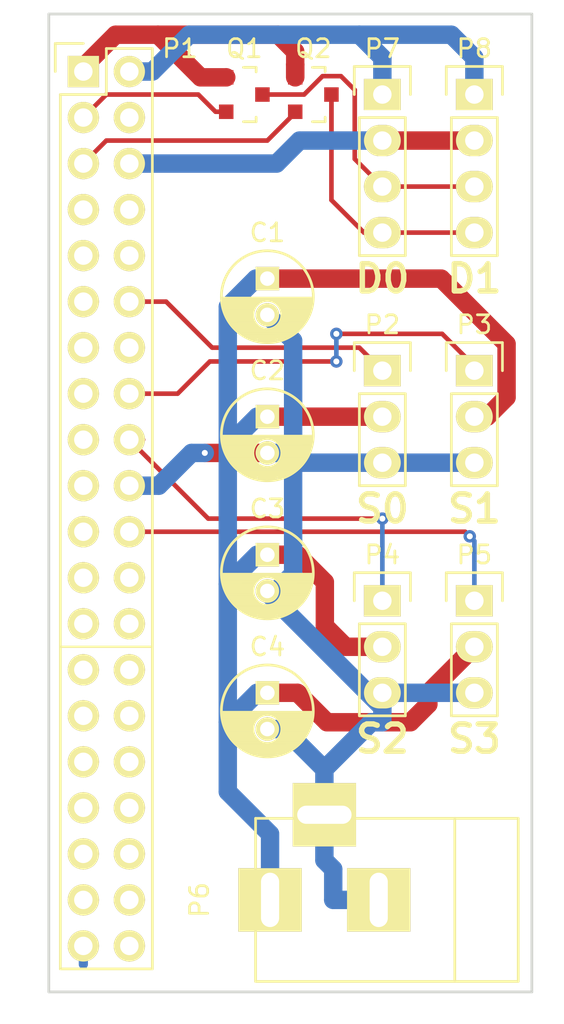
<source format=kicad_pcb>
(kicad_pcb (version 20171130) (host pcbnew "(5.1.12)-1")

  (general
    (thickness 1.6)
    (drawings 11)
    (tracks 144)
    (zones 0)
    (modules 14)
    (nets 44)
  )

  (page A4)
  (layers
    (0 F.Cu signal)
    (31 B.Cu signal)
    (32 B.Adhes user)
    (33 F.Adhes user)
    (34 B.Paste user)
    (35 F.Paste user)
    (36 B.SilkS user)
    (37 F.SilkS user)
    (38 B.Mask user)
    (39 F.Mask user)
    (40 Dwgs.User user)
    (41 Cmts.User user)
    (42 Eco1.User user)
    (43 Eco2.User user)
    (44 Edge.Cuts user)
    (45 Margin user)
    (46 B.CrtYd user)
    (47 F.CrtYd user)
    (48 B.Fab user)
    (49 F.Fab user)
  )

  (setup
    (last_trace_width 0.254)
    (trace_clearance 0.254)
    (zone_clearance 0.508)
    (zone_45_only no)
    (trace_min 0.1524)
    (via_size 0.6858)
    (via_drill 0.3302)
    (via_min_size 0.6858)
    (via_min_drill 0.3302)
    (uvia_size 0.762)
    (uvia_drill 0.508)
    (uvias_allowed no)
    (uvia_min_size 0.762)
    (uvia_min_drill 0.508)
    (edge_width 0.15)
    (segment_width 0.2)
    (pcb_text_width 0.3)
    (pcb_text_size 1.5 1.5)
    (mod_edge_width 0.15)
    (mod_text_size 1 1)
    (mod_text_width 0.15)
    (pad_size 1.524 1.524)
    (pad_drill 0.762)
    (pad_to_mask_clearance 0.2)
    (aux_axis_origin 0 0)
    (visible_elements 7FFFFFFF)
    (pcbplotparams
      (layerselection 0x01030_80000001)
      (usegerberextensions false)
      (usegerberattributes true)
      (usegerberadvancedattributes true)
      (creategerberjobfile true)
      (excludeedgelayer true)
      (linewidth 0.100000)
      (plotframeref false)
      (viasonmask false)
      (mode 1)
      (useauxorigin false)
      (hpglpennumber 1)
      (hpglpenspeed 20)
      (hpglpendiameter 15.000000)
      (psnegative false)
      (psa4output false)
      (plotreference true)
      (plotvalue true)
      (plotinvisibletext false)
      (padsonsilk false)
      (subtractmaskfromsilk false)
      (outputformat 1)
      (mirror false)
      (drillshape 0)
      (scaleselection 1)
      (outputdirectory "output/"))
  )

  (net 0 "")
  (net 1 VCC)
  (net 2 GND)
  (net 3 "Net-(P1-Pad4)")
  (net 4 "Net-(P1-Pad7)")
  (net 5 "Net-(P1-Pad8)")
  (net 6 "Net-(P1-Pad9)")
  (net 7 "Net-(P1-Pad10)")
  (net 8 "Net-(P1-Pad11)")
  (net 9 /SERVO_0)
  (net 10 "Net-(P1-Pad13)")
  (net 11 "Net-(P1-Pad14)")
  (net 12 "Net-(P1-Pad15)")
  (net 13 /SERVO_1)
  (net 14 "Net-(P1-Pad17)")
  (net 15 /SERVO_2)
  (net 16 "Net-(P1-Pad19)")
  (net 17 "Net-(P1-Pad21)")
  (net 18 /SERVO_3)
  (net 19 "Net-(P1-Pad23)")
  (net 20 "Net-(P1-Pad24)")
  (net 21 "Net-(P1-Pad26)")
  (net 22 "Net-(P1-Pad27)")
  (net 23 "Net-(P1-Pad28)")
  (net 24 "Net-(P1-Pad29)")
  (net 25 "Net-(P1-Pad30)")
  (net 26 "Net-(P1-Pad31)")
  (net 27 "Net-(P1-Pad32)")
  (net 28 "Net-(P1-Pad33)")
  (net 29 "Net-(P1-Pad34)")
  (net 30 "Net-(P1-Pad35)")
  (net 31 "Net-(P1-Pad36)")
  (net 32 "Net-(P1-Pad37)")
  (net 33 "Net-(P1-Pad38)")
  (net 34 "Net-(P1-Pad40)")
  (net 35 +3V3)
  (net 36 +5V)
  (net 37 /SDA3)
  (net 38 /SCL3)
  (net 39 /SDA5)
  (net 40 /SCL5)
  (net 41 GNDD)
  (net 42 "Net-(P1-Pad25)")
  (net 43 "Net-(P1-Pad39)")

  (net_class Default "This is the default net class."
    (clearance 0.254)
    (trace_width 0.254)
    (via_dia 0.6858)
    (via_drill 0.3302)
    (uvia_dia 0.762)
    (uvia_drill 0.508)
    (add_net /SCL3)
    (add_net /SCL5)
    (add_net /SDA3)
    (add_net /SDA5)
    (add_net /SERVO_0)
    (add_net /SERVO_1)
    (add_net /SERVO_2)
    (add_net /SERVO_3)
    (add_net GNDD)
    (add_net "Net-(P1-Pad10)")
    (add_net "Net-(P1-Pad11)")
    (add_net "Net-(P1-Pad13)")
    (add_net "Net-(P1-Pad14)")
    (add_net "Net-(P1-Pad15)")
    (add_net "Net-(P1-Pad17)")
    (add_net "Net-(P1-Pad19)")
    (add_net "Net-(P1-Pad21)")
    (add_net "Net-(P1-Pad23)")
    (add_net "Net-(P1-Pad24)")
    (add_net "Net-(P1-Pad25)")
    (add_net "Net-(P1-Pad26)")
    (add_net "Net-(P1-Pad27)")
    (add_net "Net-(P1-Pad28)")
    (add_net "Net-(P1-Pad29)")
    (add_net "Net-(P1-Pad30)")
    (add_net "Net-(P1-Pad31)")
    (add_net "Net-(P1-Pad32)")
    (add_net "Net-(P1-Pad33)")
    (add_net "Net-(P1-Pad34)")
    (add_net "Net-(P1-Pad35)")
    (add_net "Net-(P1-Pad36)")
    (add_net "Net-(P1-Pad37)")
    (add_net "Net-(P1-Pad38)")
    (add_net "Net-(P1-Pad39)")
    (add_net "Net-(P1-Pad4)")
    (add_net "Net-(P1-Pad40)")
    (add_net "Net-(P1-Pad7)")
    (add_net "Net-(P1-Pad8)")
    (add_net "Net-(P1-Pad9)")
  )

  (net_class Power ""
    (clearance 0.254)
    (trace_width 1.016)
    (via_dia 0.6858)
    (via_drill 0.3302)
    (uvia_dia 0.762)
    (uvia_drill 0.508)
    (add_net +3V3)
    (add_net +5V)
    (add_net GND)
    (add_net VCC)
  )

  (module Capacitors_ThroughHole:C_Radial_D5_L11_P2 (layer F.Cu) (tedit 578BF391) (tstamp 578BF200)
    (at 133.35 72.39 270)
    (descr "Radial Electrolytic Capacitor 5mm x Length 11mm, Pitch 2mm")
    (tags "Electrolytic Capacitor")
    (path /578BE19A)
    (fp_text reference C1 (at -2.54 0) (layer F.SilkS)
      (effects (font (size 1 1) (thickness 0.15)))
    )
    (fp_text value 100uF (at 1 3.8 270) (layer F.Fab)
      (effects (font (size 1 1) (thickness 0.15)))
    )
    (fp_circle (center 1 0) (end 1 -2.8) (layer F.CrtYd) (width 0.05))
    (fp_circle (center 1 0) (end 1 -2.5375) (layer F.SilkS) (width 0.15))
    (fp_circle (center 2 0) (end 2 -0.8) (layer F.SilkS) (width 0.15))
    (fp_line (start 3.455 -0.472) (end 3.455 0.472) (layer F.SilkS) (width 0.15))
    (fp_line (start 3.315 -0.944) (end 3.315 0.944) (layer F.SilkS) (width 0.15))
    (fp_line (start 3.175 -1.233) (end 3.175 1.233) (layer F.SilkS) (width 0.15))
    (fp_line (start 3.035 -1.452) (end 3.035 1.452) (layer F.SilkS) (width 0.15))
    (fp_line (start 2.895 -1.631) (end 2.895 1.631) (layer F.SilkS) (width 0.15))
    (fp_line (start 2.755 0.265) (end 2.755 1.78) (layer F.SilkS) (width 0.15))
    (fp_line (start 2.755 -1.78) (end 2.755 -0.265) (layer F.SilkS) (width 0.15))
    (fp_line (start 2.615 0.512) (end 2.615 1.908) (layer F.SilkS) (width 0.15))
    (fp_line (start 2.615 -1.908) (end 2.615 -0.512) (layer F.SilkS) (width 0.15))
    (fp_line (start 2.475 0.644) (end 2.475 2.019) (layer F.SilkS) (width 0.15))
    (fp_line (start 2.475 -2.019) (end 2.475 -0.644) (layer F.SilkS) (width 0.15))
    (fp_line (start 2.335 0.726) (end 2.335 2.114) (layer F.SilkS) (width 0.15))
    (fp_line (start 2.335 -2.114) (end 2.335 -0.726) (layer F.SilkS) (width 0.15))
    (fp_line (start 2.195 0.776) (end 2.195 2.196) (layer F.SilkS) (width 0.15))
    (fp_line (start 2.195 -2.196) (end 2.195 -0.776) (layer F.SilkS) (width 0.15))
    (fp_line (start 2.055 0.798) (end 2.055 2.266) (layer F.SilkS) (width 0.15))
    (fp_line (start 2.055 -2.266) (end 2.055 -0.798) (layer F.SilkS) (width 0.15))
    (fp_line (start 1.915 0.795) (end 1.915 2.327) (layer F.SilkS) (width 0.15))
    (fp_line (start 1.915 -2.327) (end 1.915 -0.795) (layer F.SilkS) (width 0.15))
    (fp_line (start 1.775 0.768) (end 1.775 2.377) (layer F.SilkS) (width 0.15))
    (fp_line (start 1.775 -2.377) (end 1.775 -0.768) (layer F.SilkS) (width 0.15))
    (fp_line (start 1.635 0.712) (end 1.635 2.418) (layer F.SilkS) (width 0.15))
    (fp_line (start 1.635 -2.418) (end 1.635 -0.712) (layer F.SilkS) (width 0.15))
    (fp_line (start 1.495 0.62) (end 1.495 2.451) (layer F.SilkS) (width 0.15))
    (fp_line (start 1.495 -2.451) (end 1.495 -0.62) (layer F.SilkS) (width 0.15))
    (fp_line (start 1.355 0.473) (end 1.355 2.475) (layer F.SilkS) (width 0.15))
    (fp_line (start 1.355 -2.475) (end 1.355 -0.473) (layer F.SilkS) (width 0.15))
    (fp_line (start 1.215 0.154) (end 1.215 2.491) (layer F.SilkS) (width 0.15))
    (fp_line (start 1.215 -2.491) (end 1.215 -0.154) (layer F.SilkS) (width 0.15))
    (fp_line (start 1.075 -2.499) (end 1.075 2.499) (layer F.SilkS) (width 0.15))
    (pad 1 thru_hole rect (at 0 0 270) (size 1.3 1.3) (drill 0.8) (layers *.Cu *.Mask F.SilkS)
      (net 1 VCC))
    (pad 2 thru_hole circle (at 2 0 270) (size 1.3 1.3) (drill 0.8) (layers *.Cu *.Mask F.SilkS)
      (net 2 GND))
    (model Capacitors_ThroughHole.3dshapes/C_Radial_D5_L11_P2.wrl
      (at (xyz 0 0 0))
      (scale (xyz 1 1 1))
      (rotate (xyz 0 0 0))
    )
  )

  (module Capacitors_ThroughHole:C_Radial_D5_L11_P2 (layer F.Cu) (tedit 578BF398) (tstamp 578BF206)
    (at 133.35 80.01 270)
    (descr "Radial Electrolytic Capacitor 5mm x Length 11mm, Pitch 2mm")
    (tags "Electrolytic Capacitor")
    (path /578BE47F)
    (fp_text reference C2 (at -2.54 0) (layer F.SilkS)
      (effects (font (size 1 1) (thickness 0.15)))
    )
    (fp_text value 100uF (at 1 3.8 270) (layer F.Fab)
      (effects (font (size 1 1) (thickness 0.15)))
    )
    (fp_circle (center 1 0) (end 1 -2.8) (layer F.CrtYd) (width 0.05))
    (fp_circle (center 1 0) (end 1 -2.5375) (layer F.SilkS) (width 0.15))
    (fp_circle (center 2 0) (end 2 -0.8) (layer F.SilkS) (width 0.15))
    (fp_line (start 3.455 -0.472) (end 3.455 0.472) (layer F.SilkS) (width 0.15))
    (fp_line (start 3.315 -0.944) (end 3.315 0.944) (layer F.SilkS) (width 0.15))
    (fp_line (start 3.175 -1.233) (end 3.175 1.233) (layer F.SilkS) (width 0.15))
    (fp_line (start 3.035 -1.452) (end 3.035 1.452) (layer F.SilkS) (width 0.15))
    (fp_line (start 2.895 -1.631) (end 2.895 1.631) (layer F.SilkS) (width 0.15))
    (fp_line (start 2.755 0.265) (end 2.755 1.78) (layer F.SilkS) (width 0.15))
    (fp_line (start 2.755 -1.78) (end 2.755 -0.265) (layer F.SilkS) (width 0.15))
    (fp_line (start 2.615 0.512) (end 2.615 1.908) (layer F.SilkS) (width 0.15))
    (fp_line (start 2.615 -1.908) (end 2.615 -0.512) (layer F.SilkS) (width 0.15))
    (fp_line (start 2.475 0.644) (end 2.475 2.019) (layer F.SilkS) (width 0.15))
    (fp_line (start 2.475 -2.019) (end 2.475 -0.644) (layer F.SilkS) (width 0.15))
    (fp_line (start 2.335 0.726) (end 2.335 2.114) (layer F.SilkS) (width 0.15))
    (fp_line (start 2.335 -2.114) (end 2.335 -0.726) (layer F.SilkS) (width 0.15))
    (fp_line (start 2.195 0.776) (end 2.195 2.196) (layer F.SilkS) (width 0.15))
    (fp_line (start 2.195 -2.196) (end 2.195 -0.776) (layer F.SilkS) (width 0.15))
    (fp_line (start 2.055 0.798) (end 2.055 2.266) (layer F.SilkS) (width 0.15))
    (fp_line (start 2.055 -2.266) (end 2.055 -0.798) (layer F.SilkS) (width 0.15))
    (fp_line (start 1.915 0.795) (end 1.915 2.327) (layer F.SilkS) (width 0.15))
    (fp_line (start 1.915 -2.327) (end 1.915 -0.795) (layer F.SilkS) (width 0.15))
    (fp_line (start 1.775 0.768) (end 1.775 2.377) (layer F.SilkS) (width 0.15))
    (fp_line (start 1.775 -2.377) (end 1.775 -0.768) (layer F.SilkS) (width 0.15))
    (fp_line (start 1.635 0.712) (end 1.635 2.418) (layer F.SilkS) (width 0.15))
    (fp_line (start 1.635 -2.418) (end 1.635 -0.712) (layer F.SilkS) (width 0.15))
    (fp_line (start 1.495 0.62) (end 1.495 2.451) (layer F.SilkS) (width 0.15))
    (fp_line (start 1.495 -2.451) (end 1.495 -0.62) (layer F.SilkS) (width 0.15))
    (fp_line (start 1.355 0.473) (end 1.355 2.475) (layer F.SilkS) (width 0.15))
    (fp_line (start 1.355 -2.475) (end 1.355 -0.473) (layer F.SilkS) (width 0.15))
    (fp_line (start 1.215 0.154) (end 1.215 2.491) (layer F.SilkS) (width 0.15))
    (fp_line (start 1.215 -2.491) (end 1.215 -0.154) (layer F.SilkS) (width 0.15))
    (fp_line (start 1.075 -2.499) (end 1.075 2.499) (layer F.SilkS) (width 0.15))
    (pad 1 thru_hole rect (at 0 0 270) (size 1.3 1.3) (drill 0.8) (layers *.Cu *.Mask F.SilkS)
      (net 1 VCC))
    (pad 2 thru_hole circle (at 2 0 270) (size 1.3 1.3) (drill 0.8) (layers *.Cu *.Mask F.SilkS)
      (net 2 GND))
    (model Capacitors_ThroughHole.3dshapes/C_Radial_D5_L11_P2.wrl
      (at (xyz 0 0 0))
      (scale (xyz 1 1 1))
      (rotate (xyz 0 0 0))
    )
  )

  (module Capacitors_ThroughHole:C_Radial_D5_L11_P2 (layer F.Cu) (tedit 578BF3B0) (tstamp 578BF20C)
    (at 133.35 87.63 270)
    (descr "Radial Electrolytic Capacitor 5mm x Length 11mm, Pitch 2mm")
    (tags "Electrolytic Capacitor")
    (path /578BE4BF)
    (fp_text reference C3 (at -2.54 0) (layer F.SilkS)
      (effects (font (size 1 1) (thickness 0.15)))
    )
    (fp_text value 100uF (at 1 3.8 270) (layer F.Fab)
      (effects (font (size 1 1) (thickness 0.15)))
    )
    (fp_circle (center 1 0) (end 1 -2.8) (layer F.CrtYd) (width 0.05))
    (fp_circle (center 1 0) (end 1 -2.5375) (layer F.SilkS) (width 0.15))
    (fp_circle (center 2 0) (end 2 -0.8) (layer F.SilkS) (width 0.15))
    (fp_line (start 3.455 -0.472) (end 3.455 0.472) (layer F.SilkS) (width 0.15))
    (fp_line (start 3.315 -0.944) (end 3.315 0.944) (layer F.SilkS) (width 0.15))
    (fp_line (start 3.175 -1.233) (end 3.175 1.233) (layer F.SilkS) (width 0.15))
    (fp_line (start 3.035 -1.452) (end 3.035 1.452) (layer F.SilkS) (width 0.15))
    (fp_line (start 2.895 -1.631) (end 2.895 1.631) (layer F.SilkS) (width 0.15))
    (fp_line (start 2.755 0.265) (end 2.755 1.78) (layer F.SilkS) (width 0.15))
    (fp_line (start 2.755 -1.78) (end 2.755 -0.265) (layer F.SilkS) (width 0.15))
    (fp_line (start 2.615 0.512) (end 2.615 1.908) (layer F.SilkS) (width 0.15))
    (fp_line (start 2.615 -1.908) (end 2.615 -0.512) (layer F.SilkS) (width 0.15))
    (fp_line (start 2.475 0.644) (end 2.475 2.019) (layer F.SilkS) (width 0.15))
    (fp_line (start 2.475 -2.019) (end 2.475 -0.644) (layer F.SilkS) (width 0.15))
    (fp_line (start 2.335 0.726) (end 2.335 2.114) (layer F.SilkS) (width 0.15))
    (fp_line (start 2.335 -2.114) (end 2.335 -0.726) (layer F.SilkS) (width 0.15))
    (fp_line (start 2.195 0.776) (end 2.195 2.196) (layer F.SilkS) (width 0.15))
    (fp_line (start 2.195 -2.196) (end 2.195 -0.776) (layer F.SilkS) (width 0.15))
    (fp_line (start 2.055 0.798) (end 2.055 2.266) (layer F.SilkS) (width 0.15))
    (fp_line (start 2.055 -2.266) (end 2.055 -0.798) (layer F.SilkS) (width 0.15))
    (fp_line (start 1.915 0.795) (end 1.915 2.327) (layer F.SilkS) (width 0.15))
    (fp_line (start 1.915 -2.327) (end 1.915 -0.795) (layer F.SilkS) (width 0.15))
    (fp_line (start 1.775 0.768) (end 1.775 2.377) (layer F.SilkS) (width 0.15))
    (fp_line (start 1.775 -2.377) (end 1.775 -0.768) (layer F.SilkS) (width 0.15))
    (fp_line (start 1.635 0.712) (end 1.635 2.418) (layer F.SilkS) (width 0.15))
    (fp_line (start 1.635 -2.418) (end 1.635 -0.712) (layer F.SilkS) (width 0.15))
    (fp_line (start 1.495 0.62) (end 1.495 2.451) (layer F.SilkS) (width 0.15))
    (fp_line (start 1.495 -2.451) (end 1.495 -0.62) (layer F.SilkS) (width 0.15))
    (fp_line (start 1.355 0.473) (end 1.355 2.475) (layer F.SilkS) (width 0.15))
    (fp_line (start 1.355 -2.475) (end 1.355 -0.473) (layer F.SilkS) (width 0.15))
    (fp_line (start 1.215 0.154) (end 1.215 2.491) (layer F.SilkS) (width 0.15))
    (fp_line (start 1.215 -2.491) (end 1.215 -0.154) (layer F.SilkS) (width 0.15))
    (fp_line (start 1.075 -2.499) (end 1.075 2.499) (layer F.SilkS) (width 0.15))
    (pad 1 thru_hole rect (at 0 0 270) (size 1.3 1.3) (drill 0.8) (layers *.Cu *.Mask F.SilkS)
      (net 1 VCC))
    (pad 2 thru_hole circle (at 2 0 270) (size 1.3 1.3) (drill 0.8) (layers *.Cu *.Mask F.SilkS)
      (net 2 GND))
    (model Capacitors_ThroughHole.3dshapes/C_Radial_D5_L11_P2.wrl
      (at (xyz 0 0 0))
      (scale (xyz 1 1 1))
      (rotate (xyz 0 0 0))
    )
  )

  (module Capacitors_ThroughHole:C_Radial_D5_L11_P2 (layer F.Cu) (tedit 578BF3BB) (tstamp 578BF212)
    (at 133.35 95.25 270)
    (descr "Radial Electrolytic Capacitor 5mm x Length 11mm, Pitch 2mm")
    (tags "Electrolytic Capacitor")
    (path /578BE5A1)
    (fp_text reference C4 (at -2.54 0) (layer F.SilkS)
      (effects (font (size 1 1) (thickness 0.15)))
    )
    (fp_text value 100uF (at 1 3.8 270) (layer F.Fab)
      (effects (font (size 1 1) (thickness 0.15)))
    )
    (fp_circle (center 1 0) (end 1 -2.8) (layer F.CrtYd) (width 0.05))
    (fp_circle (center 1 0) (end 1 -2.5375) (layer F.SilkS) (width 0.15))
    (fp_circle (center 2 0) (end 2 -0.8) (layer F.SilkS) (width 0.15))
    (fp_line (start 3.455 -0.472) (end 3.455 0.472) (layer F.SilkS) (width 0.15))
    (fp_line (start 3.315 -0.944) (end 3.315 0.944) (layer F.SilkS) (width 0.15))
    (fp_line (start 3.175 -1.233) (end 3.175 1.233) (layer F.SilkS) (width 0.15))
    (fp_line (start 3.035 -1.452) (end 3.035 1.452) (layer F.SilkS) (width 0.15))
    (fp_line (start 2.895 -1.631) (end 2.895 1.631) (layer F.SilkS) (width 0.15))
    (fp_line (start 2.755 0.265) (end 2.755 1.78) (layer F.SilkS) (width 0.15))
    (fp_line (start 2.755 -1.78) (end 2.755 -0.265) (layer F.SilkS) (width 0.15))
    (fp_line (start 2.615 0.512) (end 2.615 1.908) (layer F.SilkS) (width 0.15))
    (fp_line (start 2.615 -1.908) (end 2.615 -0.512) (layer F.SilkS) (width 0.15))
    (fp_line (start 2.475 0.644) (end 2.475 2.019) (layer F.SilkS) (width 0.15))
    (fp_line (start 2.475 -2.019) (end 2.475 -0.644) (layer F.SilkS) (width 0.15))
    (fp_line (start 2.335 0.726) (end 2.335 2.114) (layer F.SilkS) (width 0.15))
    (fp_line (start 2.335 -2.114) (end 2.335 -0.726) (layer F.SilkS) (width 0.15))
    (fp_line (start 2.195 0.776) (end 2.195 2.196) (layer F.SilkS) (width 0.15))
    (fp_line (start 2.195 -2.196) (end 2.195 -0.776) (layer F.SilkS) (width 0.15))
    (fp_line (start 2.055 0.798) (end 2.055 2.266) (layer F.SilkS) (width 0.15))
    (fp_line (start 2.055 -2.266) (end 2.055 -0.798) (layer F.SilkS) (width 0.15))
    (fp_line (start 1.915 0.795) (end 1.915 2.327) (layer F.SilkS) (width 0.15))
    (fp_line (start 1.915 -2.327) (end 1.915 -0.795) (layer F.SilkS) (width 0.15))
    (fp_line (start 1.775 0.768) (end 1.775 2.377) (layer F.SilkS) (width 0.15))
    (fp_line (start 1.775 -2.377) (end 1.775 -0.768) (layer F.SilkS) (width 0.15))
    (fp_line (start 1.635 0.712) (end 1.635 2.418) (layer F.SilkS) (width 0.15))
    (fp_line (start 1.635 -2.418) (end 1.635 -0.712) (layer F.SilkS) (width 0.15))
    (fp_line (start 1.495 0.62) (end 1.495 2.451) (layer F.SilkS) (width 0.15))
    (fp_line (start 1.495 -2.451) (end 1.495 -0.62) (layer F.SilkS) (width 0.15))
    (fp_line (start 1.355 0.473) (end 1.355 2.475) (layer F.SilkS) (width 0.15))
    (fp_line (start 1.355 -2.475) (end 1.355 -0.473) (layer F.SilkS) (width 0.15))
    (fp_line (start 1.215 0.154) (end 1.215 2.491) (layer F.SilkS) (width 0.15))
    (fp_line (start 1.215 -2.491) (end 1.215 -0.154) (layer F.SilkS) (width 0.15))
    (fp_line (start 1.075 -2.499) (end 1.075 2.499) (layer F.SilkS) (width 0.15))
    (pad 1 thru_hole rect (at 0 0 270) (size 1.3 1.3) (drill 0.8) (layers *.Cu *.Mask F.SilkS)
      (net 1 VCC))
    (pad 2 thru_hole circle (at 2 0 270) (size 1.3 1.3) (drill 0.8) (layers *.Cu *.Mask F.SilkS)
      (net 2 GND))
    (model Capacitors_ThroughHole.3dshapes/C_Radial_D5_L11_P2.wrl
      (at (xyz 0 0 0))
      (scale (xyz 1 1 1))
      (rotate (xyz 0 0 0))
    )
  )

  (module Pin_Headers:Pin_Header_Straight_2x20 (layer F.Cu) (tedit 578C11BC) (tstamp 578BF23E)
    (at 123.19 60.96)
    (descr "Through hole pin header")
    (tags "pin header")
    (path /56DCE2CB)
    (fp_text reference P1 (at 5.334 -1.27) (layer F.SilkS)
      (effects (font (size 1 1) (thickness 0.15)))
    )
    (fp_text value RPI_HEADER (at 0 -3.1) (layer F.Fab)
      (effects (font (size 1 1) (thickness 0.15)))
    )
    (fp_line (start -1.55 -1.55) (end -1.55 0) (layer F.SilkS) (width 0.15))
    (fp_line (start 1.27 1.27) (end -1.27 1.27) (layer F.SilkS) (width 0.15))
    (fp_line (start 1.27 -1.27) (end 1.27 1.27) (layer F.SilkS) (width 0.15))
    (fp_line (start 0 -1.55) (end -1.55 -1.55) (layer F.SilkS) (width 0.15))
    (fp_line (start 3.81 -1.27) (end 1.27 -1.27) (layer F.SilkS) (width 0.15))
    (fp_line (start 3.81 49.53) (end -1.27 49.53) (layer F.SilkS) (width 0.15))
    (fp_line (start -1.27 1.27) (end -1.27 49.53) (layer F.SilkS) (width 0.15))
    (fp_line (start 3.81 49.53) (end 3.81 -1.27) (layer F.SilkS) (width 0.15))
    (fp_line (start -1.75 50.05) (end 4.3 50.05) (layer F.CrtYd) (width 0.05))
    (fp_line (start -1.75 -1.75) (end 4.3 -1.75) (layer F.CrtYd) (width 0.05))
    (fp_line (start 4.3 -1.75) (end 4.3 50.05) (layer F.CrtYd) (width 0.05))
    (fp_line (start -1.75 -1.75) (end -1.75 50.05) (layer F.CrtYd) (width 0.05))
    (pad 1 thru_hole rect (at 0 0) (size 1.7272 1.7272) (drill 1.016) (layers *.Cu *.Mask F.SilkS)
      (net 35 +3V3))
    (pad 2 thru_hole oval (at 2.54 0) (size 1.7272 1.7272) (drill 1.016) (layers *.Cu *.Mask F.SilkS)
      (net 36 +5V))
    (pad 3 thru_hole oval (at 0 2.54) (size 1.7272 1.7272) (drill 1.016) (layers *.Cu *.Mask F.SilkS)
      (net 37 /SDA3))
    (pad 4 thru_hole oval (at 2.54 2.54) (size 1.7272 1.7272) (drill 1.016) (layers *.Cu *.Mask F.SilkS)
      (net 3 "Net-(P1-Pad4)"))
    (pad 5 thru_hole oval (at 0 5.08) (size 1.7272 1.7272) (drill 1.016) (layers *.Cu *.Mask F.SilkS)
      (net 38 /SCL3))
    (pad 6 thru_hole oval (at 2.54 5.08) (size 1.7272 1.7272) (drill 1.016) (layers *.Cu *.Mask F.SilkS)
      (net 41 GNDD))
    (pad 7 thru_hole oval (at 0 7.62) (size 1.7272 1.7272) (drill 1.016) (layers *.Cu *.Mask F.SilkS)
      (net 4 "Net-(P1-Pad7)"))
    (pad 8 thru_hole oval (at 2.54 7.62) (size 1.7272 1.7272) (drill 1.016) (layers *.Cu *.Mask F.SilkS)
      (net 5 "Net-(P1-Pad8)"))
    (pad 9 thru_hole oval (at 0 10.16) (size 1.7272 1.7272) (drill 1.016) (layers *.Cu *.Mask F.SilkS)
      (net 6 "Net-(P1-Pad9)"))
    (pad 10 thru_hole oval (at 2.54 10.16) (size 1.7272 1.7272) (drill 1.016) (layers *.Cu *.Mask F.SilkS)
      (net 7 "Net-(P1-Pad10)"))
    (pad 11 thru_hole oval (at 0 12.7) (size 1.7272 1.7272) (drill 1.016) (layers *.Cu *.Mask F.SilkS)
      (net 8 "Net-(P1-Pad11)"))
    (pad 12 thru_hole oval (at 2.54 12.7) (size 1.7272 1.7272) (drill 1.016) (layers *.Cu *.Mask F.SilkS)
      (net 9 /SERVO_0))
    (pad 13 thru_hole oval (at 0 15.24) (size 1.7272 1.7272) (drill 1.016) (layers *.Cu *.Mask F.SilkS)
      (net 10 "Net-(P1-Pad13)"))
    (pad 14 thru_hole oval (at 2.54 15.24) (size 1.7272 1.7272) (drill 1.016) (layers *.Cu *.Mask F.SilkS)
      (net 11 "Net-(P1-Pad14)"))
    (pad 15 thru_hole oval (at 0 17.78) (size 1.7272 1.7272) (drill 1.016) (layers *.Cu *.Mask F.SilkS)
      (net 12 "Net-(P1-Pad15)"))
    (pad 16 thru_hole oval (at 2.54 17.78) (size 1.7272 1.7272) (drill 1.016) (layers *.Cu *.Mask F.SilkS)
      (net 13 /SERVO_1))
    (pad 17 thru_hole oval (at 0 20.32) (size 1.7272 1.7272) (drill 1.016) (layers *.Cu *.Mask F.SilkS)
      (net 14 "Net-(P1-Pad17)"))
    (pad 18 thru_hole oval (at 2.54 20.32) (size 1.7272 1.7272) (drill 1.016) (layers *.Cu *.Mask F.SilkS)
      (net 15 /SERVO_2))
    (pad 19 thru_hole oval (at 0 22.86) (size 1.7272 1.7272) (drill 1.016) (layers *.Cu *.Mask F.SilkS)
      (net 16 "Net-(P1-Pad19)"))
    (pad 20 thru_hole oval (at 2.54 22.86) (size 1.7272 1.7272) (drill 1.016) (layers *.Cu *.Mask F.SilkS)
      (net 2 GND))
    (pad 21 thru_hole oval (at 0 25.4) (size 1.7272 1.7272) (drill 1.016) (layers *.Cu *.Mask F.SilkS)
      (net 17 "Net-(P1-Pad21)"))
    (pad 22 thru_hole oval (at 2.54 25.4) (size 1.7272 1.7272) (drill 1.016) (layers *.Cu *.Mask F.SilkS)
      (net 18 /SERVO_3))
    (pad 23 thru_hole oval (at 0 27.94) (size 1.7272 1.7272) (drill 1.016) (layers *.Cu *.Mask F.SilkS)
      (net 19 "Net-(P1-Pad23)"))
    (pad 24 thru_hole oval (at 2.54 27.94) (size 1.7272 1.7272) (drill 1.016) (layers *.Cu *.Mask F.SilkS)
      (net 20 "Net-(P1-Pad24)"))
    (pad 25 thru_hole oval (at 0 30.48) (size 1.7272 1.7272) (drill 1.016) (layers *.Cu *.Mask F.SilkS)
      (net 42 "Net-(P1-Pad25)"))
    (pad 26 thru_hole oval (at 2.54 30.48) (size 1.7272 1.7272) (drill 1.016) (layers *.Cu *.Mask F.SilkS)
      (net 21 "Net-(P1-Pad26)"))
    (pad 27 thru_hole oval (at 0 33.02) (size 1.7272 1.7272) (drill 1.016) (layers *.Cu *.Mask F.SilkS)
      (net 22 "Net-(P1-Pad27)"))
    (pad 28 thru_hole oval (at 2.54 33.02) (size 1.7272 1.7272) (drill 1.016) (layers *.Cu *.Mask F.SilkS)
      (net 23 "Net-(P1-Pad28)"))
    (pad 29 thru_hole oval (at 0 35.56) (size 1.7272 1.7272) (drill 1.016) (layers *.Cu *.Mask F.SilkS)
      (net 24 "Net-(P1-Pad29)"))
    (pad 30 thru_hole oval (at 2.54 35.56) (size 1.7272 1.7272) (drill 1.016) (layers *.Cu *.Mask F.SilkS)
      (net 25 "Net-(P1-Pad30)"))
    (pad 31 thru_hole oval (at 0 38.1) (size 1.7272 1.7272) (drill 1.016) (layers *.Cu *.Mask F.SilkS)
      (net 26 "Net-(P1-Pad31)"))
    (pad 32 thru_hole oval (at 2.54 38.1) (size 1.7272 1.7272) (drill 1.016) (layers *.Cu *.Mask F.SilkS)
      (net 27 "Net-(P1-Pad32)"))
    (pad 33 thru_hole oval (at 0 40.64) (size 1.7272 1.7272) (drill 1.016) (layers *.Cu *.Mask F.SilkS)
      (net 28 "Net-(P1-Pad33)"))
    (pad 34 thru_hole oval (at 2.54 40.64) (size 1.7272 1.7272) (drill 1.016) (layers *.Cu *.Mask F.SilkS)
      (net 29 "Net-(P1-Pad34)"))
    (pad 35 thru_hole oval (at 0 43.18) (size 1.7272 1.7272) (drill 1.016) (layers *.Cu *.Mask F.SilkS)
      (net 30 "Net-(P1-Pad35)"))
    (pad 36 thru_hole oval (at 2.54 43.18) (size 1.7272 1.7272) (drill 1.016) (layers *.Cu *.Mask F.SilkS)
      (net 31 "Net-(P1-Pad36)"))
    (pad 37 thru_hole oval (at 0 45.72) (size 1.7272 1.7272) (drill 1.016) (layers *.Cu *.Mask F.SilkS)
      (net 32 "Net-(P1-Pad37)"))
    (pad 38 thru_hole oval (at 2.54 45.72) (size 1.7272 1.7272) (drill 1.016) (layers *.Cu *.Mask F.SilkS)
      (net 33 "Net-(P1-Pad38)"))
    (pad 39 thru_hole oval (at 0 48.26) (size 1.7272 1.7272) (drill 1.016) (layers *.Cu *.Mask F.SilkS)
      (net 43 "Net-(P1-Pad39)"))
    (pad 40 thru_hole oval (at 2.54 48.26) (size 1.7272 1.7272) (drill 1.016) (layers *.Cu *.Mask F.SilkS)
      (net 34 "Net-(P1-Pad40)"))
    (model Pin_Headers.3dshapes/Pin_Header_Straight_2x20.wrl
      (offset (xyz 1.269999980926514 -24.12999963760376 0))
      (scale (xyz 1 1 1))
      (rotate (xyz 0 0 90))
    )
  )

  (module Pin_Headers:Pin_Header_Straight_1x03 (layer F.Cu) (tedit 578BF393) (tstamp 578BF245)
    (at 139.7 77.47)
    (descr "Through hole pin header")
    (tags "pin header")
    (path /56DCE460)
    (fp_text reference P2 (at 0 -2.54) (layer F.SilkS)
      (effects (font (size 1 1) (thickness 0.15)))
    )
    (fp_text value CONN_01X03 (at 0 -3.1) (layer F.Fab)
      (effects (font (size 1 1) (thickness 0.15)))
    )
    (fp_line (start -1.55 -1.55) (end 1.55 -1.55) (layer F.SilkS) (width 0.15))
    (fp_line (start -1.55 0) (end -1.55 -1.55) (layer F.SilkS) (width 0.15))
    (fp_line (start 1.27 1.27) (end -1.27 1.27) (layer F.SilkS) (width 0.15))
    (fp_line (start 1.55 -1.55) (end 1.55 0) (layer F.SilkS) (width 0.15))
    (fp_line (start 1.27 6.35) (end 1.27 1.27) (layer F.SilkS) (width 0.15))
    (fp_line (start -1.27 6.35) (end 1.27 6.35) (layer F.SilkS) (width 0.15))
    (fp_line (start -1.27 1.27) (end -1.27 6.35) (layer F.SilkS) (width 0.15))
    (fp_line (start -1.75 6.85) (end 1.75 6.85) (layer F.CrtYd) (width 0.05))
    (fp_line (start -1.75 -1.75) (end 1.75 -1.75) (layer F.CrtYd) (width 0.05))
    (fp_line (start 1.75 -1.75) (end 1.75 6.85) (layer F.CrtYd) (width 0.05))
    (fp_line (start -1.75 -1.75) (end -1.75 6.85) (layer F.CrtYd) (width 0.05))
    (pad 1 thru_hole rect (at 0 0) (size 2.032 1.7272) (drill 1.016) (layers *.Cu *.Mask F.SilkS)
      (net 9 /SERVO_0))
    (pad 2 thru_hole oval (at 0 2.54) (size 2.032 1.7272) (drill 1.016) (layers *.Cu *.Mask F.SilkS)
      (net 1 VCC))
    (pad 3 thru_hole oval (at 0 5.08) (size 2.032 1.7272) (drill 1.016) (layers *.Cu *.Mask F.SilkS)
      (net 2 GND))
    (model Pin_Headers.3dshapes/Pin_Header_Straight_1x03.wrl
      (offset (xyz 0 -2.539999961853027 0))
      (scale (xyz 1 1 1))
      (rotate (xyz 0 0 90))
    )
  )

  (module Pin_Headers:Pin_Header_Straight_1x03 (layer F.Cu) (tedit 578BF3A0) (tstamp 578BF24C)
    (at 144.78 77.47)
    (descr "Through hole pin header")
    (tags "pin header")
    (path /56DCE5DB)
    (fp_text reference P3 (at 0 -2.54) (layer F.SilkS)
      (effects (font (size 1 1) (thickness 0.15)))
    )
    (fp_text value CONN_01X03 (at 0 -3.1) (layer F.Fab)
      (effects (font (size 1 1) (thickness 0.15)))
    )
    (fp_line (start -1.55 -1.55) (end 1.55 -1.55) (layer F.SilkS) (width 0.15))
    (fp_line (start -1.55 0) (end -1.55 -1.55) (layer F.SilkS) (width 0.15))
    (fp_line (start 1.27 1.27) (end -1.27 1.27) (layer F.SilkS) (width 0.15))
    (fp_line (start 1.55 -1.55) (end 1.55 0) (layer F.SilkS) (width 0.15))
    (fp_line (start 1.27 6.35) (end 1.27 1.27) (layer F.SilkS) (width 0.15))
    (fp_line (start -1.27 6.35) (end 1.27 6.35) (layer F.SilkS) (width 0.15))
    (fp_line (start -1.27 1.27) (end -1.27 6.35) (layer F.SilkS) (width 0.15))
    (fp_line (start -1.75 6.85) (end 1.75 6.85) (layer F.CrtYd) (width 0.05))
    (fp_line (start -1.75 -1.75) (end 1.75 -1.75) (layer F.CrtYd) (width 0.05))
    (fp_line (start 1.75 -1.75) (end 1.75 6.85) (layer F.CrtYd) (width 0.05))
    (fp_line (start -1.75 -1.75) (end -1.75 6.85) (layer F.CrtYd) (width 0.05))
    (pad 1 thru_hole rect (at 0 0) (size 2.032 1.7272) (drill 1.016) (layers *.Cu *.Mask F.SilkS)
      (net 13 /SERVO_1))
    (pad 2 thru_hole oval (at 0 2.54) (size 2.032 1.7272) (drill 1.016) (layers *.Cu *.Mask F.SilkS)
      (net 1 VCC))
    (pad 3 thru_hole oval (at 0 5.08) (size 2.032 1.7272) (drill 1.016) (layers *.Cu *.Mask F.SilkS)
      (net 2 GND))
    (model Pin_Headers.3dshapes/Pin_Header_Straight_1x03.wrl
      (offset (xyz 0 -2.539999961853027 0))
      (scale (xyz 1 1 1))
      (rotate (xyz 0 0 90))
    )
  )

  (module Pin_Headers:Pin_Header_Straight_1x03 (layer F.Cu) (tedit 578BF39D) (tstamp 578BF253)
    (at 139.7 90.17)
    (descr "Through hole pin header")
    (tags "pin header")
    (path /56DCE629)
    (fp_text reference P4 (at 0 -2.54) (layer F.SilkS)
      (effects (font (size 1 1) (thickness 0.15)))
    )
    (fp_text value CONN_01X03 (at 0 -3.1) (layer F.Fab)
      (effects (font (size 1 1) (thickness 0.15)))
    )
    (fp_line (start -1.55 -1.55) (end 1.55 -1.55) (layer F.SilkS) (width 0.15))
    (fp_line (start -1.55 0) (end -1.55 -1.55) (layer F.SilkS) (width 0.15))
    (fp_line (start 1.27 1.27) (end -1.27 1.27) (layer F.SilkS) (width 0.15))
    (fp_line (start 1.55 -1.55) (end 1.55 0) (layer F.SilkS) (width 0.15))
    (fp_line (start 1.27 6.35) (end 1.27 1.27) (layer F.SilkS) (width 0.15))
    (fp_line (start -1.27 6.35) (end 1.27 6.35) (layer F.SilkS) (width 0.15))
    (fp_line (start -1.27 1.27) (end -1.27 6.35) (layer F.SilkS) (width 0.15))
    (fp_line (start -1.75 6.85) (end 1.75 6.85) (layer F.CrtYd) (width 0.05))
    (fp_line (start -1.75 -1.75) (end 1.75 -1.75) (layer F.CrtYd) (width 0.05))
    (fp_line (start 1.75 -1.75) (end 1.75 6.85) (layer F.CrtYd) (width 0.05))
    (fp_line (start -1.75 -1.75) (end -1.75 6.85) (layer F.CrtYd) (width 0.05))
    (pad 1 thru_hole rect (at 0 0) (size 2.032 1.7272) (drill 1.016) (layers *.Cu *.Mask F.SilkS)
      (net 15 /SERVO_2))
    (pad 2 thru_hole oval (at 0 2.54) (size 2.032 1.7272) (drill 1.016) (layers *.Cu *.Mask F.SilkS)
      (net 1 VCC))
    (pad 3 thru_hole oval (at 0 5.08) (size 2.032 1.7272) (drill 1.016) (layers *.Cu *.Mask F.SilkS)
      (net 2 GND))
    (model Pin_Headers.3dshapes/Pin_Header_Straight_1x03.wrl
      (offset (xyz 0 -2.539999961853027 0))
      (scale (xyz 1 1 1))
      (rotate (xyz 0 0 90))
    )
  )

  (module Pin_Headers:Pin_Header_Straight_1x03 (layer F.Cu) (tedit 578BF3B8) (tstamp 578BF25A)
    (at 144.78 90.17)
    (descr "Through hole pin header")
    (tags "pin header")
    (path /56DCE661)
    (fp_text reference P5 (at 0 -2.54 180) (layer F.SilkS)
      (effects (font (size 1 1) (thickness 0.15)))
    )
    (fp_text value CONN_01X03 (at 0 -3.1) (layer F.Fab)
      (effects (font (size 1 1) (thickness 0.15)))
    )
    (fp_line (start -1.55 -1.55) (end 1.55 -1.55) (layer F.SilkS) (width 0.15))
    (fp_line (start -1.55 0) (end -1.55 -1.55) (layer F.SilkS) (width 0.15))
    (fp_line (start 1.27 1.27) (end -1.27 1.27) (layer F.SilkS) (width 0.15))
    (fp_line (start 1.55 -1.55) (end 1.55 0) (layer F.SilkS) (width 0.15))
    (fp_line (start 1.27 6.35) (end 1.27 1.27) (layer F.SilkS) (width 0.15))
    (fp_line (start -1.27 6.35) (end 1.27 6.35) (layer F.SilkS) (width 0.15))
    (fp_line (start -1.27 1.27) (end -1.27 6.35) (layer F.SilkS) (width 0.15))
    (fp_line (start -1.75 6.85) (end 1.75 6.85) (layer F.CrtYd) (width 0.05))
    (fp_line (start -1.75 -1.75) (end 1.75 -1.75) (layer F.CrtYd) (width 0.05))
    (fp_line (start 1.75 -1.75) (end 1.75 6.85) (layer F.CrtYd) (width 0.05))
    (fp_line (start -1.75 -1.75) (end -1.75 6.85) (layer F.CrtYd) (width 0.05))
    (pad 1 thru_hole rect (at 0 0) (size 2.032 1.7272) (drill 1.016) (layers *.Cu *.Mask F.SilkS)
      (net 18 /SERVO_3))
    (pad 2 thru_hole oval (at 0 2.54) (size 2.032 1.7272) (drill 1.016) (layers *.Cu *.Mask F.SilkS)
      (net 1 VCC))
    (pad 3 thru_hole oval (at 0 5.08) (size 2.032 1.7272) (drill 1.016) (layers *.Cu *.Mask F.SilkS)
      (net 2 GND))
    (model Pin_Headers.3dshapes/Pin_Header_Straight_1x03.wrl
      (offset (xyz 0 -2.539999961853027 0))
      (scale (xyz 1 1 1))
      (rotate (xyz 0 0 90))
    )
  )

  (module Pin_Headers:Pin_Header_Straight_1x04 (layer F.Cu) (tedit 578C1050) (tstamp 578C1093)
    (at 139.7 62.23)
    (descr "Through hole pin header")
    (tags "pin header")
    (path /578C0DB2)
    (fp_text reference P7 (at 0 -2.54) (layer F.SilkS)
      (effects (font (size 1 1) (thickness 0.15)))
    )
    (fp_text value CONN_01X04 (at 0 -3.1) (layer F.Fab)
      (effects (font (size 1 1) (thickness 0.15)))
    )
    (fp_line (start -1.55 -1.55) (end 1.55 -1.55) (layer F.SilkS) (width 0.15))
    (fp_line (start -1.55 0) (end -1.55 -1.55) (layer F.SilkS) (width 0.15))
    (fp_line (start 1.27 1.27) (end -1.27 1.27) (layer F.SilkS) (width 0.15))
    (fp_line (start -1.27 8.89) (end 1.27 8.89) (layer F.SilkS) (width 0.15))
    (fp_line (start 1.55 -1.55) (end 1.55 0) (layer F.SilkS) (width 0.15))
    (fp_line (start 1.27 1.27) (end 1.27 8.89) (layer F.SilkS) (width 0.15))
    (fp_line (start -1.27 1.27) (end -1.27 8.89) (layer F.SilkS) (width 0.15))
    (fp_line (start -1.75 9.4) (end 1.75 9.4) (layer F.CrtYd) (width 0.05))
    (fp_line (start -1.75 -1.75) (end 1.75 -1.75) (layer F.CrtYd) (width 0.05))
    (fp_line (start 1.75 -1.75) (end 1.75 9.4) (layer F.CrtYd) (width 0.05))
    (fp_line (start -1.75 -1.75) (end -1.75 9.4) (layer F.CrtYd) (width 0.05))
    (pad 1 thru_hole rect (at 0 0) (size 2.032 1.7272) (drill 1.016) (layers *.Cu *.Mask F.SilkS)
      (net 36 +5V))
    (pad 2 thru_hole oval (at 0 2.54) (size 2.032 1.7272) (drill 1.016) (layers *.Cu *.Mask F.SilkS)
      (net 41 GNDD))
    (pad 3 thru_hole oval (at 0 5.08) (size 2.032 1.7272) (drill 1.016) (layers *.Cu *.Mask F.SilkS)
      (net 39 /SDA5))
    (pad 4 thru_hole oval (at 0 7.62) (size 2.032 1.7272) (drill 1.016) (layers *.Cu *.Mask F.SilkS)
      (net 40 /SCL5))
    (model Pin_Headers.3dshapes/Pin_Header_Straight_1x04.wrl
      (offset (xyz 0 -3.809999942779541 0))
      (scale (xyz 1 1 1))
      (rotate (xyz 0 0 90))
    )
  )

  (module Pin_Headers:Pin_Header_Straight_1x04 (layer F.Cu) (tedit 578C1052) (tstamp 578C109B)
    (at 144.78 62.23)
    (descr "Through hole pin header")
    (tags "pin header")
    (path /578C233B)
    (fp_text reference P8 (at 0 -2.54) (layer F.SilkS)
      (effects (font (size 1 1) (thickness 0.15)))
    )
    (fp_text value CONN_01X04 (at 0 -3.1) (layer F.Fab)
      (effects (font (size 1 1) (thickness 0.15)))
    )
    (fp_line (start -1.55 -1.55) (end 1.55 -1.55) (layer F.SilkS) (width 0.15))
    (fp_line (start -1.55 0) (end -1.55 -1.55) (layer F.SilkS) (width 0.15))
    (fp_line (start 1.27 1.27) (end -1.27 1.27) (layer F.SilkS) (width 0.15))
    (fp_line (start -1.27 8.89) (end 1.27 8.89) (layer F.SilkS) (width 0.15))
    (fp_line (start 1.55 -1.55) (end 1.55 0) (layer F.SilkS) (width 0.15))
    (fp_line (start 1.27 1.27) (end 1.27 8.89) (layer F.SilkS) (width 0.15))
    (fp_line (start -1.27 1.27) (end -1.27 8.89) (layer F.SilkS) (width 0.15))
    (fp_line (start -1.75 9.4) (end 1.75 9.4) (layer F.CrtYd) (width 0.05))
    (fp_line (start -1.75 -1.75) (end 1.75 -1.75) (layer F.CrtYd) (width 0.05))
    (fp_line (start 1.75 -1.75) (end 1.75 9.4) (layer F.CrtYd) (width 0.05))
    (fp_line (start -1.75 -1.75) (end -1.75 9.4) (layer F.CrtYd) (width 0.05))
    (pad 1 thru_hole rect (at 0 0) (size 2.032 1.7272) (drill 1.016) (layers *.Cu *.Mask F.SilkS)
      (net 36 +5V))
    (pad 2 thru_hole oval (at 0 2.54) (size 2.032 1.7272) (drill 1.016) (layers *.Cu *.Mask F.SilkS)
      (net 41 GNDD))
    (pad 3 thru_hole oval (at 0 5.08) (size 2.032 1.7272) (drill 1.016) (layers *.Cu *.Mask F.SilkS)
      (net 39 /SDA5))
    (pad 4 thru_hole oval (at 0 7.62) (size 2.032 1.7272) (drill 1.016) (layers *.Cu *.Mask F.SilkS)
      (net 40 /SCL5))
    (model Pin_Headers.3dshapes/Pin_Header_Straight_1x04.wrl
      (offset (xyz 0 -3.809999942779541 0))
      (scale (xyz 1 1 1))
      (rotate (xyz 0 0 90))
    )
  )

  (module TO_SOT_Packages_SMD:SOT-23 (layer F.Cu) (tedit 578C119A) (tstamp 578C10A2)
    (at 132.08 62.23 270)
    (descr "SOT-23, Standard")
    (tags SOT-23)
    (path /578C0CD5)
    (attr smd)
    (fp_text reference Q1 (at -2.54 0) (layer F.SilkS)
      (effects (font (size 1 1) (thickness 0.15)))
    )
    (fp_text value BSS138 (at 0 2.3 270) (layer F.Fab)
      (effects (font (size 1 1) (thickness 0.15)))
    )
    (fp_line (start 1.49982 -0.65024) (end 1.49982 0.0508) (layer F.SilkS) (width 0.15))
    (fp_line (start 1.29916 -0.65024) (end 1.49982 -0.65024) (layer F.SilkS) (width 0.15))
    (fp_line (start -1.49982 -0.65024) (end -1.2509 -0.65024) (layer F.SilkS) (width 0.15))
    (fp_line (start -1.49982 0.0508) (end -1.49982 -0.65024) (layer F.SilkS) (width 0.15))
    (fp_line (start 1.29916 -0.65024) (end 1.2509 -0.65024) (layer F.SilkS) (width 0.15))
    (fp_line (start -1.65 1.6) (end -1.65 -1.6) (layer F.CrtYd) (width 0.05))
    (fp_line (start 1.65 1.6) (end -1.65 1.6) (layer F.CrtYd) (width 0.05))
    (fp_line (start 1.65 -1.6) (end 1.65 1.6) (layer F.CrtYd) (width 0.05))
    (fp_line (start -1.65 -1.6) (end 1.65 -1.6) (layer F.CrtYd) (width 0.05))
    (pad 1 smd rect (at -0.95 1.00076 270) (size 0.8001 0.8001) (layers F.Cu F.Paste F.Mask)
      (net 35 +3V3))
    (pad 2 smd rect (at 0.95 1.00076 270) (size 0.8001 0.8001) (layers F.Cu F.Paste F.Mask)
      (net 37 /SDA3))
    (pad 3 smd rect (at 0 -0.99822 270) (size 0.8001 0.8001) (layers F.Cu F.Paste F.Mask)
      (net 39 /SDA5))
    (model TO_SOT_Packages_SMD.3dshapes/SOT-23.wrl
      (at (xyz 0 0 0))
      (scale (xyz 1 1 1))
      (rotate (xyz 0 0 0))
    )
  )

  (module TO_SOT_Packages_SMD:SOT-23 (layer F.Cu) (tedit 578C119E) (tstamp 578C10A9)
    (at 135.89 62.23 270)
    (descr "SOT-23, Standard")
    (tags SOT-23)
    (path /578C1ADA)
    (attr smd)
    (fp_text reference Q2 (at -2.54 0) (layer F.SilkS)
      (effects (font (size 1 1) (thickness 0.15)))
    )
    (fp_text value BSS138 (at 0 2.3 270) (layer F.Fab)
      (effects (font (size 1 1) (thickness 0.15)))
    )
    (fp_line (start 1.49982 -0.65024) (end 1.49982 0.0508) (layer F.SilkS) (width 0.15))
    (fp_line (start 1.29916 -0.65024) (end 1.49982 -0.65024) (layer F.SilkS) (width 0.15))
    (fp_line (start -1.49982 -0.65024) (end -1.2509 -0.65024) (layer F.SilkS) (width 0.15))
    (fp_line (start -1.49982 0.0508) (end -1.49982 -0.65024) (layer F.SilkS) (width 0.15))
    (fp_line (start 1.29916 -0.65024) (end 1.2509 -0.65024) (layer F.SilkS) (width 0.15))
    (fp_line (start -1.65 1.6) (end -1.65 -1.6) (layer F.CrtYd) (width 0.05))
    (fp_line (start 1.65 1.6) (end -1.65 1.6) (layer F.CrtYd) (width 0.05))
    (fp_line (start 1.65 -1.6) (end 1.65 1.6) (layer F.CrtYd) (width 0.05))
    (fp_line (start -1.65 -1.6) (end 1.65 -1.6) (layer F.CrtYd) (width 0.05))
    (pad 1 smd rect (at -0.95 1.00076 270) (size 0.8001 0.8001) (layers F.Cu F.Paste F.Mask)
      (net 35 +3V3))
    (pad 2 smd rect (at 0.95 1.00076 270) (size 0.8001 0.8001) (layers F.Cu F.Paste F.Mask)
      (net 38 /SCL3))
    (pad 3 smd rect (at 0 -0.99822 270) (size 0.8001 0.8001) (layers F.Cu F.Paste F.Mask)
      (net 40 /SCL5))
    (model TO_SOT_Packages_SMD.3dshapes/SOT-23.wrl
      (at (xyz 0 0 0))
      (scale (xyz 1 1 1))
      (rotate (xyz 0 0 0))
    )
  )

  (module Connect:BARREL_JACK (layer F.Cu) (tedit 0) (tstamp 578C2955)
    (at 139.7 106.68 180)
    (descr "DC Barrel Jack")
    (tags "Power Jack")
    (path /578C3EAF)
    (fp_text reference P6 (at 10.09904 0 270) (layer F.SilkS)
      (effects (font (size 1 1) (thickness 0.15)))
    )
    (fp_text value BARREL_JACK (at 0 -5.99948 180) (layer F.Fab)
      (effects (font (size 1 1) (thickness 0.15)))
    )
    (fp_line (start 7.00024 -4.50088) (end -7.50062 -4.50088) (layer F.SilkS) (width 0.15))
    (fp_line (start 7.00024 4.50088) (end 7.00024 -4.50088) (layer F.SilkS) (width 0.15))
    (fp_line (start -7.50062 4.50088) (end 7.00024 4.50088) (layer F.SilkS) (width 0.15))
    (fp_line (start -7.50062 -4.50088) (end -7.50062 4.50088) (layer F.SilkS) (width 0.15))
    (fp_line (start -4.0005 -4.50088) (end -4.0005 4.50088) (layer F.SilkS) (width 0.15))
    (pad 1 thru_hole rect (at 6.20014 0 180) (size 3.50012 3.50012) (drill oval 1.00076 2.99974) (layers *.Cu *.Mask F.SilkS)
      (net 1 VCC))
    (pad 2 thru_hole rect (at 0.20066 0 180) (size 3.50012 3.50012) (drill oval 1.00076 2.99974) (layers *.Cu *.Mask F.SilkS)
      (net 2 GND))
    (pad 3 thru_hole rect (at 3.2004 4.699 180) (size 3.50012 3.50012) (drill oval 2.99974 1.00076) (layers *.Cu *.Mask F.SilkS)
      (net 2 GND))
  )

  (gr_line (start 121.285 111.76) (end 147.955 111.76) (angle 90) (layer Edge.Cuts) (width 0.15))
  (gr_line (start 121.285 57.785) (end 147.955 57.785) (angle 90) (layer Edge.Cuts) (width 0.15))
  (gr_line (start 121.285 57.785) (end 121.285 111.76) (layer Edge.Cuts) (width 0.15))
  (gr_line (start 147.955 111.76) (end 147.955 57.785) (layer Edge.Cuts) (width 0.15))
  (gr_line (start 121.92 92.71) (end 127 92.71) (layer F.SilkS) (width 0.127))
  (gr_text D1 (at 144.78 72.39) (layer F.SilkS)
    (effects (font (size 1.5 1.5) (thickness 0.3)))
  )
  (gr_text D0 (at 139.7 72.39) (layer F.SilkS)
    (effects (font (size 1.5 1.5) (thickness 0.3)))
  )
  (gr_text S3 (at 144.78 97.79) (layer F.SilkS)
    (effects (font (size 1.5 1.5) (thickness 0.3)))
  )
  (gr_text S2 (at 139.7 97.79) (layer F.SilkS)
    (effects (font (size 1.5 1.5) (thickness 0.3)))
  )
  (gr_text S1 (at 144.78 85.09) (layer F.SilkS)
    (effects (font (size 1.5 1.5) (thickness 0.3)))
  )
  (gr_text S0 (at 139.7 85.09) (layer F.SilkS)
    (effects (font (size 1.5 1.5) (thickness 0.3)))
  )

  (segment (start 133.35 80.01) (end 132.817 80.01) (width 1.016) (layer B.Cu) (net 1))
  (segment (start 133.35 87.63) (end 132.817 87.63) (width 1.016) (layer B.Cu) (net 1))
  (segment (start 133.35 95.25) (end 132.817 95.25) (width 1.016) (layer B.Cu) (net 1))
  (segment (start 133.5 105.269) (end 133.4999 105.2691) (width 1.016) (layer B.Cu) (net 1))
  (segment (start 133.4999 105.2691) (end 133.4999 106.68) (width 1.016) (layer B.Cu) (net 1))
  (segment (start 133.5 105.269) (end 133.5 103.043) (width 1.016) (layer B.Cu) (net 1))
  (segment (start 133.5 103.043) (end 131.166 100.709) (width 1.016) (layer B.Cu) (net 1))
  (segment (start 131.166 100.709) (end 131.166 96.8712) (width 1.016) (layer B.Cu) (net 1))
  (segment (start 133.5 106.68) (end 133.5 105.269) (width 1.016) (layer B.Cu) (net 1))
  (segment (start 145.308 80.01) (end 144.78 80.01) (width 1.016) (layer F.Cu) (net 1))
  (segment (start 133.35 72.39) (end 142.951 72.39) (width 1.016) (layer F.Cu) (net 1))
  (segment (start 142.951 72.39) (end 146.558 75.9968) (width 1.016) (layer F.Cu) (net 1))
  (segment (start 146.558 75.9968) (end 146.558 78.9432) (width 1.016) (layer F.Cu) (net 1))
  (segment (start 146.558 78.9432) (end 145.491 80.01) (width 1.016) (layer F.Cu) (net 1))
  (segment (start 145.491 80.01) (end 145.308 80.01) (width 1.016) (layer F.Cu) (net 1))
  (segment (start 131.166 81.6312) (end 132.787 80.01) (width 1.016) (layer B.Cu) (net 1))
  (segment (start 132.787 80.01) (end 132.817 80.01) (width 1.016) (layer B.Cu) (net 1))
  (segment (start 131.166 89.2512) (end 131.166 81.6312) (width 1.016) (layer B.Cu) (net 1))
  (segment (start 131.166 89.2512) (end 132.787 87.63) (width 1.016) (layer B.Cu) (net 1))
  (segment (start 132.787 87.63) (end 132.817 87.63) (width 1.016) (layer B.Cu) (net 1))
  (segment (start 131.166 96.8712) (end 131.166 89.2512) (width 1.016) (layer B.Cu) (net 1))
  (segment (start 131.166 96.8712) (end 132.787 95.25) (width 1.016) (layer B.Cu) (net 1))
  (segment (start 132.787 95.25) (end 132.817 95.25) (width 1.016) (layer B.Cu) (net 1))
  (segment (start 144.628 92.71) (end 144.78 92.71) (width 1.016) (layer F.Cu) (net 1))
  (segment (start 133.35 87.63) (end 135.016 87.63) (width 1.016) (layer F.Cu) (net 1))
  (segment (start 135.016 87.63) (end 136.525 89.139) (width 1.016) (layer F.Cu) (net 1))
  (segment (start 136.525 89.139) (end 136.525 91.567) (width 1.016) (layer F.Cu) (net 1))
  (segment (start 136.525 91.567) (end 137.668 92.71) (width 1.016) (layer F.Cu) (net 1))
  (segment (start 137.668 92.71) (end 139.7 92.71) (width 1.016) (layer F.Cu) (net 1))
  (segment (start 133.35 80.01) (end 139.7 80.01) (width 1.016) (layer F.Cu) (net 1))
  (segment (start 145.308 80.01) (end 144.78 80.01) (width 1.016) (layer F.Cu) (net 1))
  (segment (start 133.35 95.25) (end 135.016 95.25) (width 1.016) (layer F.Cu) (net 1))
  (segment (start 135.016 95.25) (end 136.642 96.8756) (width 1.016) (layer F.Cu) (net 1))
  (segment (start 136.642 96.8756) (end 141.249 96.8756) (width 1.016) (layer F.Cu) (net 1))
  (segment (start 141.249 96.8756) (end 142.24 95.885) (width 1.016) (layer F.Cu) (net 1))
  (segment (start 142.24 95.885) (end 142.24 95.25) (width 1.016) (layer F.Cu) (net 1))
  (segment (start 142.24 95.25) (end 144.78 92.71) (width 1.016) (layer F.Cu) (net 1))
  (segment (start 131.166 81.6312) (end 131.166 73.9394) (width 1.016) (layer B.Cu) (net 1))
  (segment (start 131.166 73.9394) (end 132.715 72.39) (width 1.016) (layer B.Cu) (net 1))
  (segment (start 132.715 72.39) (end 133.35 72.39) (width 1.016) (layer B.Cu) (net 1))
  (segment (start 133.35 82.01) (end 129.8959 82.01) (width 1.016) (layer F.Cu) (net 2))
  (segment (start 127.3557 83.82) (end 129.1657 82.01) (width 1.016) (layer B.Cu) (net 2))
  (segment (start 129.1657 82.01) (end 129.8959 82.01) (width 1.016) (layer B.Cu) (net 2))
  (segment (start 134.7733 82.01) (end 134.7733 75.8133) (width 1.016) (layer B.Cu) (net 2))
  (segment (start 134.7733 75.8133) (end 133.35 74.39) (width 1.016) (layer B.Cu) (net 2))
  (segment (start 134.7733 82.55) (end 134.7733 82.01) (width 1.016) (layer B.Cu) (net 2))
  (segment (start 134.7733 82.01) (end 133.35 82.01) (width 1.016) (layer B.Cu) (net 2))
  (segment (start 139.7 82.55) (end 134.7733 82.55) (width 1.016) (layer B.Cu) (net 2))
  (segment (start 133.35 89.63) (end 133.8334 89.63) (width 1.016) (layer B.Cu) (net 2))
  (segment (start 133.8334 89.63) (end 134.7733 88.6901) (width 1.016) (layer B.Cu) (net 2))
  (segment (start 134.7733 88.6901) (end 134.7733 82.55) (width 1.016) (layer B.Cu) (net 2))
  (segment (start 139.7 96.0628) (end 133.35 89.7128) (width 1.016) (layer B.Cu) (net 2))
  (segment (start 133.35 89.7128) (end 133.35 89.63) (width 1.016) (layer B.Cu) (net 2))
  (segment (start 125.73 83.82) (end 127.3557 83.82) (width 1.016) (layer B.Cu) (net 2))
  (segment (start 139.7 96.0628) (end 139.7 96.8757) (width 1.016) (layer B.Cu) (net 2))
  (segment (start 139.7 95.25) (end 139.7 96.0628) (width 1.016) (layer B.Cu) (net 2))
  (segment (start 144.78 82.55) (end 139.7 82.55) (width 1.016) (layer B.Cu) (net 2))
  (segment (start 139.7 96.8757) (end 139.0927 96.8757) (width 1.016) (layer B.Cu) (net 2))
  (segment (start 139.0927 96.8757) (end 136.4996 99.4688) (width 1.016) (layer B.Cu) (net 2))
  (segment (start 136.4996 99.4688) (end 134.2808 97.25) (width 1.016) (layer B.Cu) (net 2))
  (segment (start 134.2808 97.25) (end 133.35 97.25) (width 1.016) (layer B.Cu) (net 2))
  (segment (start 144.78 95.25) (end 139.7 95.25) (width 1.016) (layer B.Cu) (net 2))
  (segment (start 136.4996 101.981) (end 136.4996 99.4688) (width 1.016) (layer B.Cu) (net 2))
  (segment (start 136.4996 103.2371) (end 136.4996 101.981) (width 1.016) (layer B.Cu) (net 2))
  (segment (start 136.4996 103.2371) (end 136.4996 104.4932) (width 1.016) (layer B.Cu) (net 2))
  (segment (start 139.4993 106.68) (end 136.9871 106.68) (width 1.016) (layer B.Cu) (net 2))
  (segment (start 136.4996 104.4932) (end 136.9871 104.9807) (width 1.016) (layer B.Cu) (net 2))
  (segment (start 136.9871 104.9807) (end 136.9871 106.68) (width 1.016) (layer B.Cu) (net 2))
  (via (at 129.8959 82.01) (size 0.6858) (layers F.Cu B.Cu) (net 2))
  (segment (start 125.73 73.66) (end 127.762 73.66) (width 0.254) (layer F.Cu) (net 9))
  (segment (start 127.762 73.66) (end 130.302 76.2) (width 0.254) (layer F.Cu) (net 9))
  (segment (start 130.302 76.2) (end 138.43 76.2) (width 0.254) (layer F.Cu) (net 9))
  (segment (start 138.43 76.2) (end 139.7 77.47) (width 0.254) (layer F.Cu) (net 9))
  (segment (start 137.16 75.438) (end 143.002 75.438) (width 0.254) (layer F.Cu) (net 13))
  (segment (start 143.002 75.438) (end 144.78 77.216) (width 0.254) (layer F.Cu) (net 13))
  (segment (start 144.78 77.216) (end 144.78 77.47) (width 0.254) (layer F.Cu) (net 13))
  (segment (start 137.16 76.962) (end 137.16 75.438) (width 0.254) (layer B.Cu) (net 13))
  (segment (start 125.73 78.74) (end 128.397 78.74) (width 0.254) (layer F.Cu) (net 13))
  (segment (start 128.397 78.74) (end 130.175 76.962) (width 0.254) (layer F.Cu) (net 13))
  (segment (start 130.175 76.962) (end 137.16 76.962) (width 0.254) (layer F.Cu) (net 13))
  (via (at 137.16 75.438) (size 0.6858) (layers F.Cu B.Cu) (net 13))
  (via (at 137.16 76.962) (size 0.6858) (layers F.Cu B.Cu) (net 13))
  (segment (start 125.73 81.28) (end 126.492 81.28) (width 0.254) (layer F.Cu) (net 15))
  (segment (start 125.73 81.28) (end 130.086 85.6361) (width 0.254) (layer F.Cu) (net 15))
  (segment (start 130.086 85.6361) (end 139.7 85.6361) (width 0.254) (layer F.Cu) (net 15))
  (segment (start 139.7 85.6361) (end 139.7 90.17) (width 0.254) (layer B.Cu) (net 15))
  (via (at 139.7 85.6361) (size 0.6858) (layers F.Cu B.Cu) (net 15))
  (segment (start 125.73 86.36) (end 144.272 86.36) (width 0.254) (layer F.Cu) (net 18))
  (segment (start 144.272 86.36) (end 144.526 86.614) (width 0.254) (layer F.Cu) (net 18))
  (segment (start 144.526 86.614) (end 144.78 86.868) (width 0.254) (layer B.Cu) (net 18))
  (segment (start 144.78 86.868) (end 144.78 90.17) (width 0.254) (layer B.Cu) (net 18))
  (via (at 144.526 86.614) (size 0.6858) (layers F.Cu B.Cu) (net 18))
  (segment (start 131.079 61.28) (end 131.0792 61.28) (width 1.016) (layer F.Cu) (net 35))
  (segment (start 127.311 58.928) (end 129.663 61.28) (width 1.016) (layer F.Cu) (net 35))
  (segment (start 129.663 61.28) (end 131.079 61.28) (width 1.016) (layer F.Cu) (net 35))
  (segment (start 134.889 60.5719) (end 134.8892 60.5721) (width 1.016) (layer F.Cu) (net 35))
  (segment (start 134.8892 60.5721) (end 134.8892 61.28) (width 1.016) (layer F.Cu) (net 35))
  (segment (start 134.889 60.5719) (end 134.889 61.28) (width 1.016) (layer F.Cu) (net 35))
  (segment (start 127.311 58.928) (end 133.953 58.928) (width 1.016) (layer F.Cu) (net 35))
  (segment (start 133.953 58.928) (end 134.889 59.8639) (width 1.016) (layer F.Cu) (net 35))
  (segment (start 134.889 59.8639) (end 134.889 60.5719) (width 1.016) (layer F.Cu) (net 35))
  (segment (start 123.19 60.96) (end 123.19 60.706) (width 1.016) (layer F.Cu) (net 35))
  (segment (start 123.19 60.706) (end 124.968 58.928) (width 1.016) (layer F.Cu) (net 35))
  (segment (start 124.968 58.928) (end 127.311 58.928) (width 1.016) (layer F.Cu) (net 35))
  (segment (start 125.73 60.96) (end 127 60.96) (width 1.016) (layer B.Cu) (net 36))
  (segment (start 127 60.96) (end 129.032 58.928) (width 1.016) (layer B.Cu) (net 36))
  (segment (start 129.032 58.928) (end 138.43 58.928) (width 1.016) (layer B.Cu) (net 36))
  (segment (start 138.43 58.928) (end 139.7 60.198) (width 1.016) (layer B.Cu) (net 36))
  (segment (start 139.7 60.198) (end 139.7 62.23) (width 1.016) (layer B.Cu) (net 36))
  (segment (start 138.43 58.928) (end 143.51 58.928) (width 1.016) (layer B.Cu) (net 36))
  (segment (start 143.51 58.928) (end 144.78 60.198) (width 1.016) (layer B.Cu) (net 36))
  (segment (start 144.78 60.198) (end 144.78 62.23) (width 1.016) (layer B.Cu) (net 36))
  (segment (start 131.079 63.18) (end 131.0792 63.18) (width 0.254) (layer F.Cu) (net 37))
  (segment (start 123.19 63.5) (end 124.46 62.23) (width 0.254) (layer F.Cu) (net 37))
  (segment (start 124.46 62.23) (end 129.54 62.23) (width 0.254) (layer F.Cu) (net 37))
  (segment (start 129.54 62.23) (end 130.49 63.18) (width 0.254) (layer F.Cu) (net 37))
  (segment (start 130.49 63.18) (end 131.079 63.18) (width 0.254) (layer F.Cu) (net 37))
  (segment (start 134.889 63.2054) (end 134.8892 63.2052) (width 0.254) (layer F.Cu) (net 38))
  (segment (start 134.8892 63.2052) (end 134.8892 63.18) (width 0.254) (layer F.Cu) (net 38))
  (segment (start 134.889 63.2054) (end 134.889 63.18) (width 0.254) (layer F.Cu) (net 38))
  (segment (start 123.19 66.04) (end 124.46 64.77) (width 0.254) (layer F.Cu) (net 38))
  (segment (start 124.46 64.77) (end 133.35 64.77) (width 0.254) (layer F.Cu) (net 38))
  (segment (start 133.35 64.77) (end 134.889 63.2308) (width 0.254) (layer F.Cu) (net 38))
  (segment (start 134.889 63.2308) (end 134.889 63.2054) (width 0.254) (layer F.Cu) (net 38))
  (segment (start 133.0782 62.23) (end 135.382 62.23) (width 0.254) (layer F.Cu) (net 39))
  (segment (start 135.382 62.23) (end 136.398 61.214) (width 0.254) (layer F.Cu) (net 39))
  (segment (start 136.398 61.214) (end 137.414 61.214) (width 0.254) (layer F.Cu) (net 39))
  (segment (start 137.414 61.214) (end 138.176 61.976) (width 0.254) (layer F.Cu) (net 39))
  (segment (start 138.176 61.976) (end 138.176 65.786) (width 0.254) (layer F.Cu) (net 39))
  (segment (start 138.176 65.786) (end 139.7 67.31) (width 0.254) (layer F.Cu) (net 39))
  (segment (start 133.078 62.23) (end 133.0782 62.23) (width 0.254) (layer F.Cu) (net 39))
  (segment (start 139.7 67.31) (end 144.78 67.31) (width 0.254) (layer F.Cu) (net 39))
  (segment (start 136.888 65.1421) (end 136.8882 65.1419) (width 0.254) (layer F.Cu) (net 40))
  (segment (start 136.8882 65.1419) (end 136.8882 62.23) (width 0.254) (layer F.Cu) (net 40))
  (segment (start 136.888 65.1421) (end 136.888 68.0542) (width 0.254) (layer F.Cu) (net 40))
  (segment (start 136.888 68.0542) (end 138.684 69.85) (width 0.254) (layer F.Cu) (net 40))
  (segment (start 138.684 69.85) (end 139.7 69.85) (width 0.254) (layer F.Cu) (net 40))
  (segment (start 136.888 62.23) (end 136.888 65.1421) (width 0.254) (layer F.Cu) (net 40))
  (segment (start 139.7 69.85) (end 144.78 69.85) (width 0.254) (layer F.Cu) (net 40))
  (segment (start 139.7 64.77) (end 144.78 64.77) (width 1.016) (layer F.Cu) (net 41))
  (segment (start 125.73 66.04) (end 133.858 66.04) (width 1.016) (layer B.Cu) (net 41))
  (segment (start 133.858 66.04) (end 135.128 64.77) (width 1.016) (layer B.Cu) (net 41))
  (segment (start 135.128 64.77) (end 139.7 64.77) (width 1.016) (layer B.Cu) (net 41))
  (segment (start 123.19 109.22) (end 123.19 110.236) (width 0.508) (layer B.Cu) (net 43))

)

</source>
